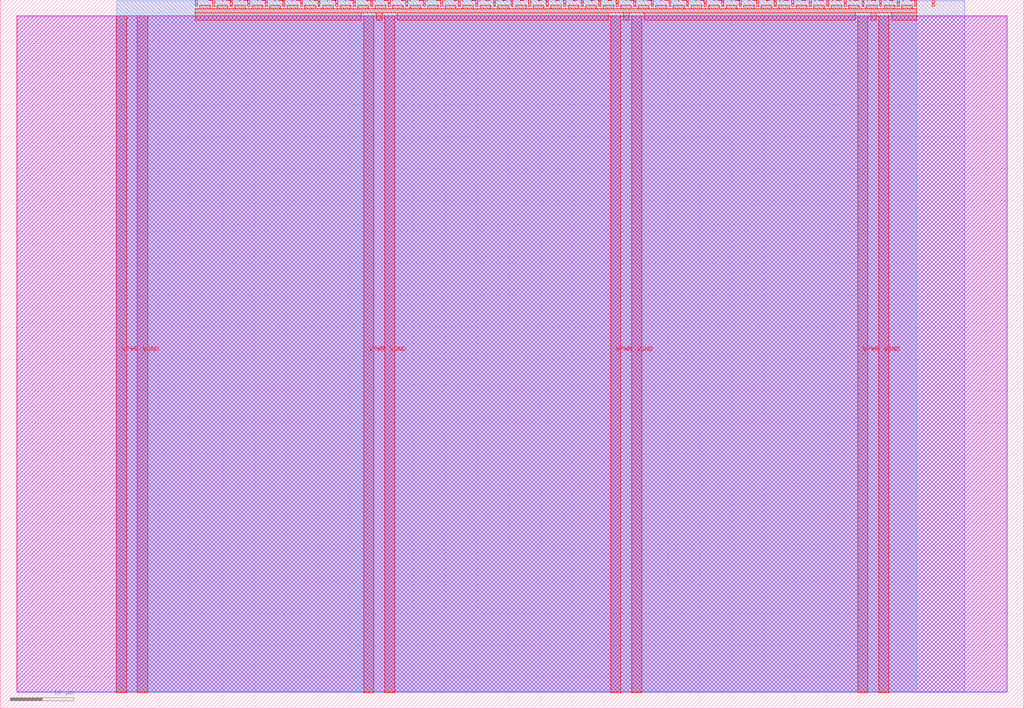
<source format=lef>
VERSION 5.7 ;
  NOWIREEXTENSIONATPIN ON ;
  DIVIDERCHAR "/" ;
  BUSBITCHARS "[]" ;
MACRO tt_um_wokwi_442977552703925249
  CLASS BLOCK ;
  FOREIGN tt_um_wokwi_442977552703925249 ;
  ORIGIN 0.000 0.000 ;
  SIZE 161.000 BY 111.520 ;
  PIN VGND
    DIRECTION INOUT ;
    USE GROUND ;
    PORT
      LAYER met4 ;
        RECT 21.580 2.480 23.180 109.040 ;
    END
    PORT
      LAYER met4 ;
        RECT 60.450 2.480 62.050 109.040 ;
    END
    PORT
      LAYER met4 ;
        RECT 99.320 2.480 100.920 109.040 ;
    END
    PORT
      LAYER met4 ;
        RECT 138.190 2.480 139.790 109.040 ;
    END
  END VGND
  PIN VPWR
    DIRECTION INOUT ;
    USE POWER ;
    PORT
      LAYER met4 ;
        RECT 18.280 2.480 19.880 109.040 ;
    END
    PORT
      LAYER met4 ;
        RECT 57.150 2.480 58.750 109.040 ;
    END
    PORT
      LAYER met4 ;
        RECT 96.020 2.480 97.620 109.040 ;
    END
    PORT
      LAYER met4 ;
        RECT 134.890 2.480 136.490 109.040 ;
    END
  END VPWR
  PIN clk
    DIRECTION INPUT ;
    USE SIGNAL ;
    ANTENNAGATEAREA 0.852000 ;
    PORT
      LAYER met4 ;
        RECT 143.830 110.520 144.130 111.520 ;
    END
  END clk
  PIN ena
    DIRECTION INPUT ;
    USE SIGNAL ;
    PORT
      LAYER met4 ;
        RECT 146.590 110.520 146.890 111.520 ;
    END
  END ena
  PIN rst_n
    DIRECTION INPUT ;
    USE SIGNAL ;
    PORT
      LAYER met4 ;
        RECT 141.070 110.520 141.370 111.520 ;
    END
  END rst_n
  PIN ui_in[0]
    DIRECTION INPUT ;
    USE SIGNAL ;
    ANTENNAGATEAREA 0.196500 ;
    PORT
      LAYER met4 ;
        RECT 138.310 110.520 138.610 111.520 ;
    END
  END ui_in[0]
  PIN ui_in[1]
    DIRECTION INPUT ;
    USE SIGNAL ;
    ANTENNAGATEAREA 0.196500 ;
    PORT
      LAYER met4 ;
        RECT 135.550 110.520 135.850 111.520 ;
    END
  END ui_in[1]
  PIN ui_in[2]
    DIRECTION INPUT ;
    USE SIGNAL ;
    PORT
      LAYER met4 ;
        RECT 132.790 110.520 133.090 111.520 ;
    END
  END ui_in[2]
  PIN ui_in[3]
    DIRECTION INPUT ;
    USE SIGNAL ;
    PORT
      LAYER met4 ;
        RECT 130.030 110.520 130.330 111.520 ;
    END
  END ui_in[3]
  PIN ui_in[4]
    DIRECTION INPUT ;
    USE SIGNAL ;
    PORT
      LAYER met4 ;
        RECT 127.270 110.520 127.570 111.520 ;
    END
  END ui_in[4]
  PIN ui_in[5]
    DIRECTION INPUT ;
    USE SIGNAL ;
    PORT
      LAYER met4 ;
        RECT 124.510 110.520 124.810 111.520 ;
    END
  END ui_in[5]
  PIN ui_in[6]
    DIRECTION INPUT ;
    USE SIGNAL ;
    PORT
      LAYER met4 ;
        RECT 121.750 110.520 122.050 111.520 ;
    END
  END ui_in[6]
  PIN ui_in[7]
    DIRECTION INPUT ;
    USE SIGNAL ;
    PORT
      LAYER met4 ;
        RECT 118.990 110.520 119.290 111.520 ;
    END
  END ui_in[7]
  PIN uio_in[0]
    DIRECTION INPUT ;
    USE SIGNAL ;
    PORT
      LAYER met4 ;
        RECT 116.230 110.520 116.530 111.520 ;
    END
  END uio_in[0]
  PIN uio_in[1]
    DIRECTION INPUT ;
    USE SIGNAL ;
    PORT
      LAYER met4 ;
        RECT 113.470 110.520 113.770 111.520 ;
    END
  END uio_in[1]
  PIN uio_in[2]
    DIRECTION INPUT ;
    USE SIGNAL ;
    PORT
      LAYER met4 ;
        RECT 110.710 110.520 111.010 111.520 ;
    END
  END uio_in[2]
  PIN uio_in[3]
    DIRECTION INPUT ;
    USE SIGNAL ;
    PORT
      LAYER met4 ;
        RECT 107.950 110.520 108.250 111.520 ;
    END
  END uio_in[3]
  PIN uio_in[4]
    DIRECTION INPUT ;
    USE SIGNAL ;
    PORT
      LAYER met4 ;
        RECT 105.190 110.520 105.490 111.520 ;
    END
  END uio_in[4]
  PIN uio_in[5]
    DIRECTION INPUT ;
    USE SIGNAL ;
    PORT
      LAYER met4 ;
        RECT 102.430 110.520 102.730 111.520 ;
    END
  END uio_in[5]
  PIN uio_in[6]
    DIRECTION INPUT ;
    USE SIGNAL ;
    PORT
      LAYER met4 ;
        RECT 99.670 110.520 99.970 111.520 ;
    END
  END uio_in[6]
  PIN uio_in[7]
    DIRECTION INPUT ;
    USE SIGNAL ;
    PORT
      LAYER met4 ;
        RECT 96.910 110.520 97.210 111.520 ;
    END
  END uio_in[7]
  PIN uio_oe[0]
    DIRECTION OUTPUT ;
    USE SIGNAL ;
    PORT
      LAYER met4 ;
        RECT 49.990 110.520 50.290 111.520 ;
    END
  END uio_oe[0]
  PIN uio_oe[1]
    DIRECTION OUTPUT ;
    USE SIGNAL ;
    PORT
      LAYER met4 ;
        RECT 47.230 110.520 47.530 111.520 ;
    END
  END uio_oe[1]
  PIN uio_oe[2]
    DIRECTION OUTPUT ;
    USE SIGNAL ;
    PORT
      LAYER met4 ;
        RECT 44.470 110.520 44.770 111.520 ;
    END
  END uio_oe[2]
  PIN uio_oe[3]
    DIRECTION OUTPUT ;
    USE SIGNAL ;
    PORT
      LAYER met4 ;
        RECT 41.710 110.520 42.010 111.520 ;
    END
  END uio_oe[3]
  PIN uio_oe[4]
    DIRECTION OUTPUT ;
    USE SIGNAL ;
    PORT
      LAYER met4 ;
        RECT 38.950 110.520 39.250 111.520 ;
    END
  END uio_oe[4]
  PIN uio_oe[5]
    DIRECTION OUTPUT ;
    USE SIGNAL ;
    PORT
      LAYER met4 ;
        RECT 36.190 110.520 36.490 111.520 ;
    END
  END uio_oe[5]
  PIN uio_oe[6]
    DIRECTION OUTPUT ;
    USE SIGNAL ;
    PORT
      LAYER met4 ;
        RECT 33.430 110.520 33.730 111.520 ;
    END
  END uio_oe[6]
  PIN uio_oe[7]
    DIRECTION OUTPUT ;
    USE SIGNAL ;
    PORT
      LAYER met4 ;
        RECT 30.670 110.520 30.970 111.520 ;
    END
  END uio_oe[7]
  PIN uio_out[0]
    DIRECTION OUTPUT ;
    USE SIGNAL ;
    PORT
      LAYER met4 ;
        RECT 72.070 110.520 72.370 111.520 ;
    END
  END uio_out[0]
  PIN uio_out[1]
    DIRECTION OUTPUT ;
    USE SIGNAL ;
    PORT
      LAYER met4 ;
        RECT 69.310 110.520 69.610 111.520 ;
    END
  END uio_out[1]
  PIN uio_out[2]
    DIRECTION OUTPUT ;
    USE SIGNAL ;
    PORT
      LAYER met4 ;
        RECT 66.550 110.520 66.850 111.520 ;
    END
  END uio_out[2]
  PIN uio_out[3]
    DIRECTION OUTPUT ;
    USE SIGNAL ;
    PORT
      LAYER met4 ;
        RECT 63.790 110.520 64.090 111.520 ;
    END
  END uio_out[3]
  PIN uio_out[4]
    DIRECTION OUTPUT ;
    USE SIGNAL ;
    PORT
      LAYER met4 ;
        RECT 61.030 110.520 61.330 111.520 ;
    END
  END uio_out[4]
  PIN uio_out[5]
    DIRECTION OUTPUT ;
    USE SIGNAL ;
    PORT
      LAYER met4 ;
        RECT 58.270 110.520 58.570 111.520 ;
    END
  END uio_out[5]
  PIN uio_out[6]
    DIRECTION OUTPUT ;
    USE SIGNAL ;
    PORT
      LAYER met4 ;
        RECT 55.510 110.520 55.810 111.520 ;
    END
  END uio_out[6]
  PIN uio_out[7]
    DIRECTION OUTPUT ;
    USE SIGNAL ;
    PORT
      LAYER met4 ;
        RECT 52.750 110.520 53.050 111.520 ;
    END
  END uio_out[7]
  PIN uo_out[0]
    DIRECTION OUTPUT ;
    USE SIGNAL ;
    ANTENNADIFFAREA 0.445500 ;
    PORT
      LAYER met4 ;
        RECT 94.150 110.520 94.450 111.520 ;
    END
  END uo_out[0]
  PIN uo_out[1]
    DIRECTION OUTPUT ;
    USE SIGNAL ;
    ANTENNADIFFAREA 0.445500 ;
    PORT
      LAYER met4 ;
        RECT 91.390 110.520 91.690 111.520 ;
    END
  END uo_out[1]
  PIN uo_out[2]
    DIRECTION OUTPUT ;
    USE SIGNAL ;
    PORT
      LAYER met4 ;
        RECT 88.630 110.520 88.930 111.520 ;
    END
  END uo_out[2]
  PIN uo_out[3]
    DIRECTION OUTPUT ;
    USE SIGNAL ;
    PORT
      LAYER met4 ;
        RECT 85.870 110.520 86.170 111.520 ;
    END
  END uo_out[3]
  PIN uo_out[4]
    DIRECTION OUTPUT ;
    USE SIGNAL ;
    PORT
      LAYER met4 ;
        RECT 83.110 110.520 83.410 111.520 ;
    END
  END uo_out[4]
  PIN uo_out[5]
    DIRECTION OUTPUT ;
    USE SIGNAL ;
    PORT
      LAYER met4 ;
        RECT 80.350 110.520 80.650 111.520 ;
    END
  END uo_out[5]
  PIN uo_out[6]
    DIRECTION OUTPUT ;
    USE SIGNAL ;
    PORT
      LAYER met4 ;
        RECT 77.590 110.520 77.890 111.520 ;
    END
  END uo_out[6]
  PIN uo_out[7]
    DIRECTION OUTPUT ;
    USE SIGNAL ;
    PORT
      LAYER met4 ;
        RECT 74.830 110.520 75.130 111.520 ;
    END
  END uo_out[7]
  OBS
      LAYER nwell ;
        RECT 2.570 2.635 158.430 108.990 ;
      LAYER li1 ;
        RECT 2.760 2.635 158.240 108.885 ;
      LAYER met1 ;
        RECT 2.760 2.480 158.240 109.040 ;
      LAYER met2 ;
        RECT 18.310 2.535 151.700 111.365 ;
      LAYER met3 ;
        RECT 18.290 2.555 144.170 111.345 ;
      LAYER met4 ;
        RECT 31.370 110.120 33.030 110.665 ;
        RECT 34.130 110.120 35.790 110.665 ;
        RECT 36.890 110.120 38.550 110.665 ;
        RECT 39.650 110.120 41.310 110.665 ;
        RECT 42.410 110.120 44.070 110.665 ;
        RECT 45.170 110.120 46.830 110.665 ;
        RECT 47.930 110.120 49.590 110.665 ;
        RECT 50.690 110.120 52.350 110.665 ;
        RECT 53.450 110.120 55.110 110.665 ;
        RECT 56.210 110.120 57.870 110.665 ;
        RECT 58.970 110.120 60.630 110.665 ;
        RECT 61.730 110.120 63.390 110.665 ;
        RECT 64.490 110.120 66.150 110.665 ;
        RECT 67.250 110.120 68.910 110.665 ;
        RECT 70.010 110.120 71.670 110.665 ;
        RECT 72.770 110.120 74.430 110.665 ;
        RECT 75.530 110.120 77.190 110.665 ;
        RECT 78.290 110.120 79.950 110.665 ;
        RECT 81.050 110.120 82.710 110.665 ;
        RECT 83.810 110.120 85.470 110.665 ;
        RECT 86.570 110.120 88.230 110.665 ;
        RECT 89.330 110.120 90.990 110.665 ;
        RECT 92.090 110.120 93.750 110.665 ;
        RECT 94.850 110.120 96.510 110.665 ;
        RECT 97.610 110.120 99.270 110.665 ;
        RECT 100.370 110.120 102.030 110.665 ;
        RECT 103.130 110.120 104.790 110.665 ;
        RECT 105.890 110.120 107.550 110.665 ;
        RECT 108.650 110.120 110.310 110.665 ;
        RECT 111.410 110.120 113.070 110.665 ;
        RECT 114.170 110.120 115.830 110.665 ;
        RECT 116.930 110.120 118.590 110.665 ;
        RECT 119.690 110.120 121.350 110.665 ;
        RECT 122.450 110.120 124.110 110.665 ;
        RECT 125.210 110.120 126.870 110.665 ;
        RECT 127.970 110.120 129.630 110.665 ;
        RECT 130.730 110.120 132.390 110.665 ;
        RECT 133.490 110.120 135.150 110.665 ;
        RECT 136.250 110.120 137.910 110.665 ;
        RECT 139.010 110.120 140.670 110.665 ;
        RECT 141.770 110.120 143.430 110.665 ;
        RECT 30.655 109.440 144.145 110.120 ;
        RECT 30.655 108.295 56.750 109.440 ;
        RECT 59.150 108.295 60.050 109.440 ;
        RECT 62.450 108.295 95.620 109.440 ;
        RECT 98.020 108.295 98.920 109.440 ;
        RECT 101.320 108.295 134.490 109.440 ;
        RECT 136.890 108.295 137.790 109.440 ;
        RECT 140.190 108.295 144.145 109.440 ;
  END
END tt_um_wokwi_442977552703925249
END LIBRARY


</source>
